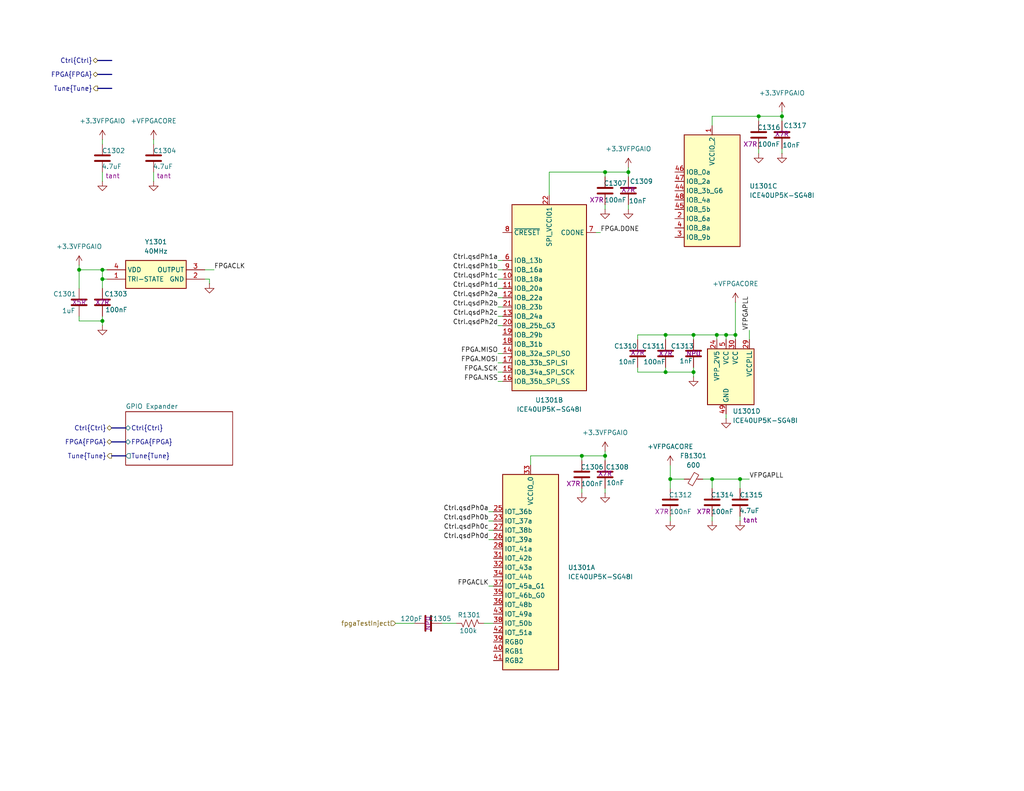
<source format=kicad_sch>
(kicad_sch (version 20250114) (generator "eeschema") (generator_version "9.0")
  (paper "USLetter")
  (title_block (title "FPGA") (date "2025-10-13") (company "WB7NAB") (comment 1 "Alan Mimms"))
  (lib_symbols
    (symbol "Device:C" (pin_numbers (hide yes)) (pin_names (offset 0.254))
      (property "Reference" "C" (at 0.635 2.54 0))
      (property "Value" "C" (at 0.635 -2.54 0))
      (symbol "C_0_1"
        (polyline (pts (xy -2.032 0.762) (xy 2.032 0.762)) (stroke (width 0.508)))
        (polyline (pts (xy -2.032 -0.762) (xy 2.032 -0.762)) (stroke (width 0.508)))
      )
      (symbol "C_1_1"
        (pin passive line (at 0 3.81 270) (length 2.794) (name "~") (number "1"))
        (pin passive line (at 0 -3.81 90) (length 2.794) (name "~") (number "2"))
      )
    )
    (symbol "Device:FerriteBead_Small" (pin_numbers (hide yes)) (pin_names (offset 0))
      (property "Reference" "FB" (at 1.905 1.27 0))
      (property "Value" "FerriteBead_Small" (at 1.905 -1.27 0))
      (symbol "FerriteBead_Small_0_1"
        (polyline (pts (xy -1.8288 0.2794) (xy -1.1176 1.4986) (xy 1.8288 -0.2032) (xy 1.1176 -1.4224) (xy -1.8288 0.2794)))
        (polyline (pts (xy 0 0.889) (xy 0 1.2954)))
        (polyline (pts (xy 0 -1.27) (xy 0 -0.7874)))
      )
      (symbol "FerriteBead_Small_1_1"
        (pin passive line (at 0 2.54 270) (length 1.27) (name "~") (number "1"))
        (pin passive line (at 0 -2.54 90) (length 1.27) (name "~") (number "2"))
      )
    )
    (symbol "Device:R_US" (pin_numbers (hide yes)) (pin_names (offset 0))
      (property "Reference" "R" (at 2.54 0 90))
      (property "Value" "R_US" (at -2.54 0 90))
      (symbol "R_US_0_1"
        (polyline (pts (xy 0 2.286) (xy 0 2.54)))
        (polyline (pts (xy 0 2.286) (xy 1.016 1.905) (xy 0 1.524) (xy -1.016 1.143) (xy 0 0.762)))
        (polyline (pts (xy 0 0.762) (xy 1.016 0.381) (xy 0 0) (xy -1.016 -0.381) (xy 0 -0.762)))
        (polyline (pts (xy 0 -0.762) (xy 1.016 -1.143) (xy 0 -1.524) (xy -1.016 -1.905) (xy 0 -2.286)))
        (polyline (pts (xy 0 -2.286) (xy 0 -2.54)))
      )
      (symbol "R_US_1_1"
        (pin passive line (at 0 3.81 270) (length 1.27) (name "~") (number "1"))
        (pin passive line (at 0 -3.81 90) (length 1.27) (name "~") (number "2"))
      )
    )
    (symbol "Library:ECS-TXO-2016-33-400-TR"
      (property "Reference" "Y" (at 5.334 7.112 0))
      (property "Value" "ECS-TXO-2016-33-400-TR" (at 5.334 4.572 0))
      (symbol "ECS-TXO-2016-33-400-TR_1_1"
        (rectangle (start 5.08 2.54) (end 21.59 -5.08) (stroke (width 0.254)) (fill (type background)))
        (pin passive line (at 0 0 0) (length 5.08) (name "VDD") (number "4"))
        (pin passive line (at 0 -2.54 0) (length 5.08) (name "TRI-STATE") (number "1"))
        (pin passive line (at 26.67 0 180) (length 5.08) (name "OUTPUT") (number "3"))
        (pin passive line (at 26.67 -2.54 180) (length 5.08) (name "GND") (number "2"))
      )
    )
    (symbol "Library:ICE40UP5K-SG48ITR"
      (property "Reference" "U" (at -8.89 -29.21 0))
      (property "Value" "ICE40UP5K-SG48ITR" (at 0 -31.75 0))
      (symbol "ICE40UP5K-SG48ITR_1_1"
        (rectangle (start -7.62 25.4) (end 7.62 -27.94) (stroke (width 0.254)) (fill (type background)))
        (pin bidirectional line (at -10.16 15.24 0) (length 2.54) (name "IOT_36b") (number "25"))
        (pin bidirectional line (at -10.16 12.7 0) (length 2.54) (name "IOT_37a") (number "23"))
        (pin bidirectional line (at -10.16 10.16 0) (length 2.54) (name "IOT_38b") (number "27"))
        (pin bidirectional line (at -10.16 7.62 0) (length 2.54) (name "IOT_39a") (number "26"))
        (pin bidirectional line (at -10.16 5.08 0) (length 2.54) (name "IOT_41a") (number "28"))
        (pin bidirectional line (at -10.16 2.54 0) (length 2.54) (name "IOT_42b") (number "31"))
        (pin bidirectional line (at -10.16 0 0) (length 2.54) (name "IOT_43a") (number "32"))
        (pin bidirectional line (at -10.16 -2.54 0) (length 2.54) (name "IOT_44b") (number "34"))
        (pin bidirectional line (at -10.16 -5.08 0) (length 2.54) (name "IOT_45a_G1") (number "37"))
        (pin bidirectional line (at -10.16 -7.62 0) (length 2.54) (name "IOT_46b_G0") (number "35"))
        (pin bidirectional line (at -10.16 -10.16 0) (length 2.54) (name "IOT_48b") (number "36"))
        (pin bidirectional line (at -10.16 -12.7 0) (length 2.54) (name "IOT_49a") (number "43"))
        (pin bidirectional line (at -10.16 -15.24 0) (length 2.54) (name "IOT_50b") (number "38"))
        (pin bidirectional line (at -10.16 -17.78 0) (length 2.54) (name "IOT_51a") (number "42"))
        (pin open_collector line (at -10.16 -20.32 0) (length 2.54) (name "RGB0") (number "39"))
        (pin open_collector line (at -10.16 -22.86 0) (length 2.54) (name "RGB1") (number "40"))
        (pin open_collector line (at -10.16 -25.4 0) (length 2.54) (name "RGB2") (number "41"))
        (pin power_in line (at 0 27.94 270) (length 2.54) (name "VCCIO_0") (number "33"))
      )
      (symbol "ICE40UP5K-SG48ITR_2_1"
        (rectangle (start -10.16 25.4) (end 10.16 -25.4) (stroke (width 0.254)) (fill (type background)))
        (pin input line (at -12.7 17.78 0) (length 2.54) (name "~{CRESET}") (number "8"))
        (pin bidirectional line (at -12.7 10.16 0) (length 2.54) (name "IOB_13b") (number "6"))
        (pin bidirectional line (at -12.7 7.62 0) (length 2.54) (name "IOB_16a") (number "9"))
        (pin bidirectional line (at -12.7 5.08 0) (length 2.54) (name "IOB_18a") (number "10"))
        (pin bidirectional line (at -12.7 2.54 0) (length 2.54) (name "IOB_20a") (number "11"))
        (pin bidirectional line (at -12.7 0 0) (length 2.54) (name "IOB_22a") (number "12"))
        (pin bidirectional line (at -12.7 -2.54 0) (length 2.54) (name "IOB_23b") (number "21"))
        (pin bidirectional line (at -12.7 -5.08 0) (length 2.54) (name "IOB_24a") (number "13"))
        (pin bidirectional line (at -12.7 -7.62 0) (length 2.54) (name "IOB_25b_G3") (number "20"))
        (pin bidirectional line (at -12.7 -10.16 0) (length 2.54) (name "IOB_29b") (number "19"))
        (pin bidirectional line (at -12.7 -12.7 0) (length 2.54) (name "IOB_31b") (number "18"))
        (pin bidirectional line (at -12.7 -15.24 0) (length 2.54) (name "IOB_32a_SPI_SO") (number "14"))
        (pin bidirectional line (at -12.7 -17.78 0) (length 2.54) (name "IOB_33b_SPI_SI") (number "17"))
        (pin bidirectional line (at -12.7 -20.32 0) (length 2.54) (name "IOB_34a_SPI_SCK") (number "15"))
        (pin bidirectional line (at -12.7 -22.86 0) (length 2.54) (name "IOB_35b_SPI_SS") (number "16"))
        (pin power_in line (at 0 27.94 270) (length 2.54) (name "SPI_VCCIO1") (number "22"))
        (pin open_collector line (at 12.7 17.78 180) (length 2.54) (name "CDONE") (number "7"))
      )
      (symbol "ICE40UP5K-SG48ITR_3_1"
        (rectangle (start -7.62 15.24) (end 7.62 -15.24) (stroke (width 0.254)) (fill (type background)))
        (pin bidirectional line (at -10.16 5.08 0) (length 2.54) (name "IOB_0a") (number "46"))
        (pin bidirectional line (at -10.16 2.54 0) (length 2.54) (name "IOB_2a") (number "47"))
        (pin bidirectional line (at -10.16 0 0) (length 2.54) (name "IOB_3b_G6") (number "44"))
        (pin bidirectional line (at -10.16 -2.54 0) (length 2.54) (name "IOB_4a") (number "48"))
        (pin bidirectional line (at -10.16 -5.08 0) (length 2.54) (name "IOB_5b") (number "45"))
        (pin bidirectional line (at -10.16 -7.62 0) (length 2.54) (name "IOB_6a") (number "2"))
        (pin bidirectional line (at -10.16 -10.16 0) (length 2.54) (name "IOB_8a") (number "4"))
        (pin bidirectional line (at -10.16 -12.7 0) (length 2.54) (name "IOB_9b") (number "3"))
        (pin power_in line (at 0 17.78 270) (length 2.54) (name "VCCIO_2") (number "1"))
      )
      (symbol "ICE40UP5K-SG48ITR_4_1"
        (rectangle (start -5.08 7.62) (end 7.62 -7.62) (stroke (width 0.254)) (fill (type background)))
        (pin power_in line (at -2.54 10.16 270) (length 2.54) (name "VPP_2V5") (number "24"))
        (pin power_in line (at 0 10.16 270) (length 2.54) (name "VCC") (number "5"))
        (pin power_in line (at 0 -10.16 90) (length 2.54) (name "GND") (number "49"))
        (pin power_in line (at 2.54 10.16 270) (length 2.54) (name "VCC") (number "30"))
        (pin power_out line (at 6.35 10.16 270) (length 2.54) (name "VCCPLL") (number "29"))
      )
    )
    (symbol "power:+3.3V" (power) (pin_numbers (hide yes)) (pin_names (offset 0) (hide yes))
      (property "Value" "+3.3V" (at 0 3.556 0))
      (symbol "+3.3V_0_1"
        (polyline (pts (xy -0.762 1.27) (xy 0 2.54)))
        (polyline (pts (xy 0 2.54) (xy 0.762 1.27)))
        (polyline (pts (xy 0 0) (xy 0 2.54)))
      )
      (symbol "+3.3V_1_1"
        (pin power_in line (at 0 0 90) (length 0) (name "~") (number "1"))
      )
    )
    (symbol "power:GND" (power) (pin_numbers (hide yes)) (pin_names (offset 0) (hide yes))
      (property "Value" "GND" (at 0 -3.81 0))
      (symbol "GND_0_1"
        (polyline (pts (xy 0 0) (xy 0 -1.27) (xy 1.27 -1.27) (xy 0 -2.54) (xy -1.27 -1.27) (xy 0 -1.27)))
      )
      (symbol "GND_1_1"
        (pin power_in line (at 0 0 270) (length 0) (name "~") (number "1"))
      )
    )
    (symbol "power:VDD" (power) (pin_numbers (hide yes)) (pin_names (offset 0) (hide yes))
      (property "Value" "VDD" (at 0 3.556 0))
      (symbol "VDD_0_1"
        (polyline (pts (xy -0.762 1.27) (xy 0 2.54)))
        (polyline (pts (xy 0 2.54) (xy 0.762 1.27)))
        (polyline (pts (xy 0 0) (xy 0 2.54)))
      )
      (symbol "VDD_1_1"
        (pin power_in line (at 0 0 90) (length 0) (name "~") (number "1"))
      )
    )
  )
  (junction (at 158.75 124.46))
  (junction (at 21.59 73.66))
  (junction (at 198.12 91.44))
  (junction (at 27.94 73.66))
  (junction (at 200.66 91.44))
  (junction (at 182.88 130.81))
  (junction (at 201.93 130.81))
  (junction (at 165.1 46.99))
  (junction (at 194.31 130.81))
  (junction (at 171.45 46.99))
  (junction (at 189.23 101.6))
  (junction (at 181.61 101.6))
  (junction (at 195.58 91.44))
  (junction (at 189.23 91.44))
  (junction (at 181.61 91.44))
  (junction (at 213.36 31.75))
  (junction (at 207.01 31.75))
  (junction (at 27.94 76.2))
  (junction (at 27.94 87.63))
  (junction (at 165.1 124.46))
  (wire (pts (xy 135.89 104.14) (xy 137.16 104.14)))
  (wire (pts (xy 113.03 170.18) (xy 107.95 170.18)))
  (wire (pts (xy 162.56 63.5) (xy 163.83 63.5)))
  (wire (pts (xy 173.99 92.71) (xy 173.99 91.44)))
  (wire (pts (xy 181.61 101.6) (xy 189.23 101.6)))
  (bus (pts (xy 26.67 16.51) (xy 30.48 16.51)))
  (wire (pts (xy 158.75 133.35) (xy 158.75 134.62)))
  (wire (pts (xy 194.31 31.75) (xy 207.01 31.75)))
  (wire (pts (xy 55.88 76.2) (xy 57.15 76.2)))
  (wire (pts (xy 189.23 91.44) (xy 189.23 92.71)))
  (wire (pts (xy 135.89 86.36) (xy 137.16 86.36)))
  (wire (pts (xy 21.59 73.66) (xy 21.59 72.39)))
  (wire (pts (xy 41.91 38.1) (xy 41.91 39.37)))
  (wire (pts (xy 124.46 170.18) (xy 120.65 170.18)))
  (wire (pts (xy 182.88 127) (xy 182.88 130.81)))
  (wire (pts (xy 201.93 130.81) (xy 194.31 130.81)))
  (wire (pts (xy 204.47 90.17) (xy 204.47 92.71)))
  (wire (pts (xy 21.59 86.36) (xy 21.59 87.63)))
  (wire (pts (xy 171.45 55.88) (xy 171.45 57.15)))
  (wire (pts (xy 27.94 87.63) (xy 27.94 88.9)))
  (wire (pts (xy 55.88 73.66) (xy 58.42 73.66)))
  (wire (pts (xy 135.89 76.2) (xy 137.16 76.2)))
  (wire (pts (xy 165.1 133.35) (xy 165.1 134.62)))
  (wire (pts (xy 135.89 101.6) (xy 137.16 101.6)))
  (wire (pts (xy 165.1 55.88) (xy 165.1 57.15)))
  (bus (pts (xy 26.67 20.32) (xy 30.48 20.32)))
  (wire (pts (xy 133.35 160.02) (xy 134.62 160.02)))
  (wire (pts (xy 29.21 76.2) (xy 27.94 76.2)))
  (wire (pts (xy 191.77 130.81) (xy 194.31 130.81)))
  (wire (pts (xy 207.01 40.64) (xy 207.01 41.91)))
  (wire (pts (xy 135.89 81.28) (xy 137.16 81.28)))
  (wire (pts (xy 158.75 124.46) (xy 158.75 125.73)))
  (wire (pts (xy 27.94 76.2) (xy 27.94 78.74)))
  (wire (pts (xy 135.89 83.82) (xy 137.16 83.82)))
  (wire (pts (xy 132.08 170.18) (xy 134.62 170.18)))
  (wire (pts (xy 181.61 100.33) (xy 181.61 101.6)))
  (wire (pts (xy 189.23 91.44) (xy 195.58 91.44)))
  (wire (pts (xy 213.36 30.48) (xy 213.36 31.75)))
  (wire (pts (xy 27.94 76.2) (xy 27.94 73.66)))
  (wire (pts (xy 181.61 91.44) (xy 189.23 91.44)))
  (wire (pts (xy 181.61 92.71) (xy 181.61 91.44)))
  (wire (pts (xy 57.15 76.2) (xy 57.15 77.47)))
  (wire (pts (xy 200.66 92.71) (xy 200.66 91.44)))
  (wire (pts (xy 144.78 124.46) (xy 158.75 124.46)))
  (wire (pts (xy 182.88 140.97) (xy 182.88 142.24)))
  (wire (pts (xy 27.94 73.66) (xy 21.59 73.66)))
  (wire (pts (xy 173.99 91.44) (xy 181.61 91.44)))
  (wire (pts (xy 27.94 73.66) (xy 29.21 73.66)))
  (wire (pts (xy 195.58 92.71) (xy 195.58 91.44)))
  (wire (pts (xy 204.47 130.81) (xy 201.93 130.81)))
  (wire (pts (xy 213.36 31.75) (xy 207.01 31.75)))
  (wire (pts (xy 171.45 46.99) (xy 165.1 46.99)))
  (wire (pts (xy 144.78 124.46) (xy 144.78 127)))
  (wire (pts (xy 182.88 130.81) (xy 186.69 130.81)))
  (wire (pts (xy 165.1 123.19) (xy 165.1 124.46)))
  (wire (pts (xy 135.89 96.52) (xy 137.16 96.52)))
  (wire (pts (xy 41.91 46.99) (xy 41.91 49.53)))
  (wire (pts (xy 133.35 139.7) (xy 134.62 139.7)))
  (wire (pts (xy 173.99 101.6) (xy 181.61 101.6)))
  (wire (pts (xy 171.45 45.72) (xy 171.45 46.99)))
  (wire (pts (xy 27.94 86.36) (xy 27.94 87.63)))
  (wire (pts (xy 165.1 124.46) (xy 158.75 124.46)))
  (wire (pts (xy 189.23 100.33) (xy 189.23 101.6)))
  (wire (pts (xy 135.89 88.9) (xy 137.16 88.9)))
  (bus (pts (xy 26.67 24.13) (xy 30.48 24.13)))
  (wire (pts (xy 135.89 73.66) (xy 137.16 73.66)))
  (wire (pts (xy 171.45 48.26) (xy 171.45 46.99)))
  (wire (pts (xy 194.31 140.97) (xy 194.31 142.24)))
  (wire (pts (xy 213.36 33.02) (xy 213.36 31.75)))
  (wire (pts (xy 195.58 91.44) (xy 198.12 91.44)))
  (bus (pts (xy 30.48 120.65) (xy 34.29 120.65)))
  (wire (pts (xy 201.93 133.35) (xy 201.93 130.81)))
  (wire (pts (xy 198.12 91.44) (xy 198.12 92.71)))
  (wire (pts (xy 27.94 38.1) (xy 27.94 39.37)))
  (wire (pts (xy 194.31 31.75) (xy 194.31 34.29)))
  (wire (pts (xy 135.89 78.74) (xy 137.16 78.74)))
  (wire (pts (xy 133.35 147.32) (xy 134.62 147.32)))
  (wire (pts (xy 194.31 130.81) (xy 194.31 133.35)))
  (wire (pts (xy 189.23 101.6) (xy 189.23 102.87)))
  (wire (pts (xy 165.1 125.73) (xy 165.1 124.46)))
  (wire (pts (xy 133.35 142.24) (xy 134.62 142.24)))
  (wire (pts (xy 200.66 91.44) (xy 198.12 91.44)))
  (bus (pts (xy 30.48 116.84) (xy 34.29 116.84)))
  (wire (pts (xy 207.01 31.75) (xy 207.01 33.02)))
  (wire (pts (xy 213.36 40.64) (xy 213.36 41.91)))
  (wire (pts (xy 21.59 78.74) (xy 21.59 73.66)))
  (wire (pts (xy 200.66 82.55) (xy 200.66 91.44)))
  (wire (pts (xy 201.93 140.97) (xy 201.93 142.24)))
  (wire (pts (xy 165.1 46.99) (xy 165.1 48.26)))
  (wire (pts (xy 173.99 100.33) (xy 173.99 101.6)))
  (wire (pts (xy 133.35 144.78) (xy 134.62 144.78)))
  (wire (pts (xy 182.88 133.35) (xy 182.88 130.81)))
  (wire (pts (xy 21.59 87.63) (xy 27.94 87.63)))
  (wire (pts (xy 27.94 46.99) (xy 27.94 49.53)))
  (wire (pts (xy 149.86 46.99) (xy 165.1 46.99)))
  (wire (pts (xy 149.86 46.99) (xy 149.86 53.34)))
  (bus (pts (xy 30.48 124.46) (xy 34.29 124.46)))
  (wire (pts (xy 135.89 71.12) (xy 137.16 71.12)))
  (wire (pts (xy 135.89 99.06) (xy 137.16 99.06)))
  (wire (pts (xy 198.12 113.03) (xy 198.12 114.3)))
  (label "Ctrl.qsdPh2d" (at 135.89 88.9 180))
  (label "FPGACLK" (at 58.42 73.66 0))
  (label "Ctrl.qsdPh0d" (at 133.35 147.32 180))
  (label "Ctrl.qsdPh0b" (at 133.35 142.24 180))
  (label "Ctrl.qsdPh1b" (at 135.89 73.66 180))
  (label "VFPGAPLL" (at 204.47 130.81 0))
  (label "Ctrl.qsdPh1a" (at 135.89 71.12 180))
  (label "Ctrl.qsdPh0a" (at 133.35 139.7 180))
  (label "FPGACLK" (at 133.35 160.02 180))
  (label "Ctrl.qsdPh2b" (at 135.89 83.82 180))
  (label "VFPGAPLL" (at 204.47 90.17 90))
  (label "FPGA.DONE" (at 163.83 63.5 0))
  (label "Ctrl.qsdPh2a" (at 135.89 81.28 180))
  (label "Ctrl.qsdPh0c" (at 133.35 144.78 180))
  (label "FPGA.MISO" (at 135.89 96.52 180))
  (label "FPGA.MOSI" (at 135.89 99.06 180))
  (label "FPGA.SCK" (at 135.89 101.6 180))
  (label "Ctrl.qsdPh2c" (at 135.89 86.36 180))
  (label "Ctrl.qsdPh1c" (at 135.89 76.2 180))
  (label "Ctrl.qsdPh1d" (at 135.89 78.74 180))
  (label "FPGA.NSS" (at 135.89 104.14 180))
  (hierarchical_label "fpgaTestInject" (shape input) (at 107.95 170.18 180))
  (hierarchical_label "Ctrl{Ctrl}" (shape bidirectional) (at 30.48 116.84 180))
  (hierarchical_label "Ctrl{Ctrl}" (shape bidirectional) (at 26.67 16.51 180))
  (hierarchical_label "FPGA{FPGA}" (shape bidirectional) (at 26.67 20.32 180))
  (hierarchical_label "Tune{Tune}" (shape output) (at 30.48 124.46 180))
  (hierarchical_label "FPGA{FPGA}" (shape bidirectional) (at 30.48 120.65 180))
  (hierarchical_label "Tune{Tune}" (shape output) (at 26.67 24.13 180))
  (symbol (lib_id "power:GND") (at 27.94 88.9 0) (unit 1)
    (property "Reference" "#PWR01304" (effects (hide yes)))
    (property "Value" "GND" (effects (hide yes)))
    (property "Description" "Power symbol creates a global label with name \"GND\" , ground" (effects (hide yes)))
  )
  (symbol (lib_id "Device:C") (at 21.59 82.55 0) (unit 1)
    (property "Reference" "C1301" (at 20.828 80.264 0) (effects (justify right)))
    (property "Value" "1uF" (at 20.574 84.836 0) (effects (justify right)))
    (property "Footprint" "Capacitor_SMD:C_0402_1005Metric" (effects (hide yes)))
    (property "Description" "Unpolarized capacitor" (effects (hide yes)))
    (property "cap-type" "X5R" (at 21.59 82.55 0))
    (property "working-voltage" "25V" (effects (hide yes)))
    (property "Manufacturer_Name" "Murata" (effects (hide yes)))
    (property "Manufacturer_Part_Number" "GRM155R61E105KE11D" (effects (hide yes)))
    (property "Mouser Part Number" "81-GRM155R61E105KE1D" (effects (hide yes)))
  )
  (symbol (lib_id "power:GND") (at 182.88 142.24 0) (unit 1)
    (property "Reference" "#PWR01315" (effects (hide yes)))
    (property "Value" "GND" (effects (hide yes)))
    (property "Description" "Power symbol creates a global label with name \"GND\" , ground" (effects (hide yes)))
  )
  (symbol (lib_id "Library:ICE40UP5K-SG48ITR") (at 198.12 102.87 0) (unit 4)
    (property "Reference" "U1301" (at 199.898 112.268 0) (effects (justify left)))
    (property "Value" "ICE40UP5K-SG48I" (at 199.898 114.808 0) (effects (justify left)))
    (property "Footprint" "Package_DFN_QFN:QFN-48-1EP_7x7mm_P0.5mm_EP5.6x5.6mm" (effects (hide yes)))
    (property "Datasheet" "http://www.latticesemi.com/Products/FPGAandCPLD/iCE40Ultra" (effects (hide yes)))
    (property "Description" "iCE40 UltraPlus FPGA, 5280 LUTs, 1.2V, 48-pin QFN" (effects (hide yes)))
  )
  (symbol (lib_id "power:GND") (at 41.91 49.53 0) (mirror y) (unit 1)
    (property "Reference" "#PWR01306" (effects (hide yes)))
    (property "Value" "GND" (effects (hide yes)))
    (property "Description" "Power symbol creates a global label with name \"GND\" , ground" (effects (hide yes)))
  )
  (symbol (lib_id "power:GND") (at 165.1 57.15 0) (mirror y) (unit 1)
    (property "Reference" "#PWR01309" (effects (hide yes)))
    (property "Value" "GND" (effects (hide yes)))
    (property "Description" "Power symbol creates a global label with name \"GND\" , ground" (effects (hide yes)))
  )
  (symbol (lib_id "power:GND") (at 171.45 57.15 0) (mirror y) (unit 1)
    (property "Reference" "#PWR01313" (effects (hide yes)))
    (property "Value" "GND" (effects (hide yes)))
    (property "Description" "Power symbol creates a global label with name \"GND\" , ground" (effects (hide yes)))
  )
  (symbol (lib_id "power:VDD") (at 200.66 82.55 0) (unit 1)
    (property "Reference" "#PWR01319" (effects (hide yes)))
    (property "Value" "+VFPGACORE" (at 200.66 77.47 0))
    (property "Description" "Power symbol creates a global label with name \"+VFPGACORE\"" (effects (hide yes)))
  )
  (symbol (lib_id "power:GND") (at 201.93 142.24 0) (unit 1)
    (property "Reference" "#PWR01320" (effects (hide yes)))
    (property "Value" "GND" (effects (hide yes)))
    (property "Description" "Power symbol creates a global label with name \"GND\" , ground" (effects (hide yes)))
  )
  (symbol (lib_id "Device:C") (at 171.45 52.07 0) (unit 1)
    (property "Reference" "C1309" (at 175.006 49.53 0))
    (property "Value" "10nF" (at 173.99 54.864 0))
    (property "Footprint" "Capacitor_SMD:C_0603_1608Metric" (effects (hide yes)))
    (property "Description" "Unpolarized capacitor" (effects (hide yes)))
    (property "cap-type" "X7R" (at 171.45 51.816 0))
    (property "working-voltage" "25V" (effects (hide yes)))
    (property "Manufacturer_Name" "Murata" (effects (hide yes)))
    (property "Manufacturer_Part_Number" "GCM1885C2A103JE02J" (effects (hide yes)))
    (property "Mouser Part Number" "81-GCM1885C2A103JE2J " (effects (hide yes)))
  )
  (symbol (lib_id "Library:ICE40UP5K-SG48ITR") (at 149.86 81.28 0) (unit 2)
    (property "Reference" "U1301" (at 149.86 109.22 0))
    (property "Value" "ICE40UP5K-SG48I" (at 149.86 111.76 0))
    (property "Footprint" "Package_DFN_QFN:QFN-48-1EP_7x7mm_P0.5mm_EP5.6x5.6mm" (effects (hide yes)))
    (property "Datasheet" "http://www.latticesemi.com/Products/FPGAandCPLD/iCE40Ultra" (effects (hide yes)))
    (property "Description" "iCE40 UltraPlus FPGA, 5280 LUTs, 1.2V, 48-pin QFN" (effects (hide yes)))
  )
  (symbol (lib_id "Device:C") (at 194.31 137.16 0) (unit 1)
    (property "Reference" "C1314" (at 197.104 135.128 0))
    (property "Value" "100nF" (at 197.104 139.7 0))
    (property "Footprint" "Capacitor_SMD:C_0603_1608Metric" (effects (hide yes)))
    (property "Description" "Unpolarized capacitor" (effects (hide yes)))
    (property "cap-type" "X7R" (at 192.024 139.7 0))
    (property "working-voltage" "50V" (effects (hide yes)))
    (property "Manufacturer_Name" "Kemet" (effects (hide yes)))
    (property "Manufacturer_Part_Number" "C0805F104K1RACAUTO" (effects (hide yes)))
    (property "Mouser Part Number" "80-C0805F104K1RAUTO" (effects (hide yes)))
  )
  (symbol (lib_id "Library:ECS-TXO-2016-33-400-TR") (at 29.21 73.66 0) (unit 1)
    (property "Reference" "Y1301" (at 42.545 66.04 0))
    (property "Value" "40MHz" (at 42.545 68.58 0))
    (property "Footprint" "Library:ECSTXO201633400TR" (effects (hide yes)))
    (property "Datasheet" "https://datasheet.datasheetarchive.com/originals/distributors/Datasheets_SAMA/fdc451124f6f80954f29114af1256858.pdf" (effects (hide yes)))
    (property "Description" "TCXO Oscillators 40MHz 3.3V 2.5ppm -40C +85C" (effects (hide yes)))
    (property "Height" "0.8" (effects (hide yes)))
    (property "Mouser Part Number" "520-TXO-2016-33-400T" (effects (hide yes)))
    (property "Mouser Price/Stock" "https://www.mouser.co.uk/ProductDetail/ECS/ECS-TXO-2016-33-400-TR?qs=PzGy0jfpSMtctR53CPxRHg%3D%3D" (effects (hide yes)))
    (property "Manufacturer_Name" "ECS" (effects (hide yes)))
    (property "Manufacturer_Part_Number" "ECS-TXO-2016-33-400-TR" (effects (hide yes)))
  )
  (symbol (lib_id "power:GND") (at 189.23 102.87 0) (unit 1)
    (property "Reference" "#PWR01316" (effects (hide yes)))
    (property "Value" "GND" (effects (hide yes)))
    (property "Description" "Power symbol creates a global label with name \"GND\" , ground" (effects (hide yes)))
  )
  (symbol (lib_id "Device:C") (at 158.75 129.54 0) (unit 1)
    (property "Reference" "C1306" (at 161.544 127.508 0))
    (property "Value" "100nF" (at 161.544 132.08 0))
    (property "Footprint" "Capacitor_SMD:C_0603_1608Metric" (effects (hide yes)))
    (property "Description" "Unpolarized capacitor" (effects (hide yes)))
    (property "cap-type" "X7R" (at 156.464 132.08 0))
    (property "working-voltage" "50V" (effects (hide yes)))
    (property "Manufacturer_Name" "Kemet" (effects (hide yes)))
    (property "Manufacturer_Part_Number" "C0805F104K1RACAUTO" (effects (hide yes)))
    (property "Mouser Part Number" "80-C0805F104K1RAUTO" (effects (hide yes)))
  )
  (symbol (lib_id "power:GND") (at 194.31 142.24 0) (unit 1)
    (property "Reference" "#PWR01317" (effects (hide yes)))
    (property "Value" "GND" (effects (hide yes)))
    (property "Description" "Power symbol creates a global label with name \"GND\" , ground" (effects (hide yes)))
  )
  (symbol (lib_id "power:+3.3V") (at 213.36 30.48 0) (unit 1)
    (property "Reference" "#PWR01322" (effects (hide yes)))
    (property "Value" "+3.3VFPGAIO" (at 213.36 25.4 0))
    (property "Description" "Power symbol creates a global label with name \"+3.3VFPGAIO\"" (effects (hide yes)))
  )
  (symbol (lib_id "Device:C") (at 213.36 36.83 0) (unit 1)
    (property "Reference" "C1317" (at 216.916 34.29 0))
    (property "Value" "10nF" (at 215.9 39.624 0))
    (property "Footprint" "Capacitor_SMD:C_0603_1608Metric" (effects (hide yes)))
    (property "Description" "Unpolarized capacitor" (effects (hide yes)))
    (property "cap-type" "X7R" (at 213.36 36.576 0))
    (property "working-voltage" "25V" (effects (hide yes)))
    (property "Manufacturer_Name" "Murata" (effects (hide yes)))
    (property "Manufacturer_Part_Number" "GCM1885C2A103JE02J" (effects (hide yes)))
    (property "Mouser Part Number" "81-GCM1885C2A103JE2J " (effects (hide yes)))
  )
  (symbol (lib_id "Device:C") (at 181.61 96.52 180) (unit 1)
    (property "Reference" "C1311" (at 178.308 94.488 0))
    (property "Value" "100nF" (at 178.562 98.806 0))
    (property "Footprint" "Capacitor_SMD:C_0603_1608Metric" (effects (hide yes)))
    (property "Description" "Unpolarized capacitor" (effects (hide yes)))
    (property "cap-type" "X7R" (at 181.61 96.52 0))
    (property "working-voltage" "50V" (effects (hide yes)))
    (property "Manufacturer_Name" "Kemet" (effects (hide yes)))
    (property "Manufacturer_Part_Number" "C0805F104K1RACAUTO" (effects (hide yes)))
    (property "Mouser Part Number" "80-C0805F104K1RAUTO" (effects (hide yes)))
  )
  (symbol (lib_id "power:+3.3V") (at 165.1 123.19 0) (unit 1)
    (property "Reference" "#PWR01310" (effects (hide yes)))
    (property "Value" "+3.3VFPGAIO" (at 165.1 118.11 0))
    (property "Description" "Power symbol creates a global label with name \"+3.3VFPGAIO\"" (effects (hide yes)))
  )
  (symbol (lib_id "Device:C") (at 27.94 82.55 0) (mirror y) (unit 1)
    (property "Reference" "C1303" (at 28.448 80.264 0) (effects (justify right)))
    (property "Value" "100nF" (at 28.702 84.582 0) (effects (justify right)))
    (property "Footprint" "Capacitor_SMD:C_0603_1608Metric" (effects (hide yes)))
    (property "Description" "Unpolarized capacitor" (effects (hide yes)))
    (property "cap-type" "X7R" (at 27.94 82.55 0))
    (property "working-voltage" "50V" (effects (hide yes)))
    (property "Manufacturer_Name" "Kemet" (effects (hide yes)))
    (property "Manufacturer_Part_Number" "C0805F104K1RACAUTO" (effects (hide yes)))
    (property "Mouser Part Number" "80-C0805F104K1RAUTO" (effects (hide yes)))
  )
  (symbol (lib_id "Library:ICE40UP5K-SG48ITR") (at 144.78 154.94 0) (unit 1)
    (property "Reference" "U1301" (at 154.94 154.9399 0) (effects (justify left)))
    (property "Value" "ICE40UP5K-SG48I" (at 154.94 157.4799 0) (effects (justify left)))
    (property "Footprint" "Package_DFN_QFN:QFN-48-1EP_7x7mm_P0.5mm_EP5.6x5.6mm" (effects (hide yes)))
    (property "Datasheet" "http://www.latticesemi.com/Products/FPGAandCPLD/iCE40Ultra" (effects (hide yes)))
    (property "Description" "iCE40 UltraPlus FPGA, 5280 LUTs, 1.2V, 48-pin QFN" (effects (hide yes)))
  )
  (symbol (lib_id "power:VDD") (at 41.91 38.1 0) (unit 1)
    (property "Reference" "#PWR01305" (effects (hide yes)))
    (property "Value" "+VFPGACORE" (at 41.91 33.02 0))
    (property "Description" "Power symbol creates a global label with name \"+VFPGACORE\"" (effects (hide yes)))
  )
  (symbol (lib_id "power:GND") (at 198.12 114.3 0) (unit 1)
    (property "Reference" "#PWR01318" (effects (hide yes)))
    (property "Value" "GND" (effects (hide yes)))
    (property "Description" "Power symbol creates a global label with name \"GND\" , ground" (effects (hide yes)))
  )
  (symbol (lib_id "power:+3.3V") (at 27.94 38.1 0) (unit 1)
    (property "Reference" "#PWR01302" (effects (hide yes)))
    (property "Value" "+3.3VFPGAIO" (at 27.94 33.02 0))
    (property "Description" "Power symbol creates a global label with name \"+3.3VFPGAIO\"" (effects (hide yes)))
  )
  (symbol (lib_id "power:GND") (at 165.1 134.62 0) (mirror y) (unit 1)
    (property "Reference" "#PWR01311" (effects (hide yes)))
    (property "Value" "GND" (effects (hide yes)))
    (property "Description" "Power symbol creates a global label with name \"GND\" , ground" (effects (hide yes)))
  )
  (symbol (lib_id "power:VDD") (at 182.88 127 0) (unit 1)
    (property "Reference" "#PWR01314" (effects (hide yes)))
    (property "Value" "+VFPGACORE" (at 182.88 121.92 0))
    (property "Description" "Power symbol creates a global label with name \"+VFPGACORE\"" (effects (hide yes)))
  )
  (symbol (lib_id "Device:C") (at 27.94 43.18 0) (unit 1)
    (property "Reference" "C1302" (at 30.988 41.148 0))
    (property "Value" "4.7uF" (at 30.48 45.466 0))
    (property "Footprint" "Capacitor_SMD:C_0805_2012Metric" (effects (hide yes)))
    (property "Description" "Unpolarized capacitor" (effects (hide yes)))
    (property "cap-type" "tant" (at 30.734 48.006 0))
    (property "working-voltage" "10V" (effects (hide yes)))
    (property "Manufacturer_Name" "Vishay/Sprague" (effects (hide yes)))
    (property "Manufacturer_Part_Number" "298D475X9010M2T" (effects (hide yes)))
    (property "Mouser Part Number" "74-298D475X9010M2T" (effects (hide yes)))
  )
  (symbol (lib_id "power:GND") (at 57.15 77.47 0) (unit 1)
    (property "Reference" "#PWR01307" (effects (hide yes)))
    (property "Value" "GND" (effects (hide yes)))
    (property "Description" "Power symbol creates a global label with name \"GND\" , ground" (effects (hide yes)))
  )
  (symbol (lib_id "power:GND") (at 213.36 41.91 0) (mirror y) (unit 1)
    (property "Reference" "#PWR01323" (effects (hide yes)))
    (property "Value" "GND" (effects (hide yes)))
    (property "Description" "Power symbol creates a global label with name \"GND\" , ground" (effects (hide yes)))
  )
  (symbol (lib_id "Device:C") (at 165.1 52.07 0) (unit 1)
    (property "Reference" "C1307" (at 167.894 50.038 0))
    (property "Value" "100nF" (at 167.894 54.61 0))
    (property "Footprint" "Capacitor_SMD:C_0603_1608Metric" (effects (hide yes)))
    (property "Description" "Unpolarized capacitor" (effects (hide yes)))
    (property "cap-type" "X7R" (at 162.814 54.61 0))
    (property "working-voltage" "50V" (effects (hide yes)))
    (property "Manufacturer_Name" "Kemet" (effects (hide yes)))
    (property "Manufacturer_Part_Number" "C0805F104K1RACAUTO" (effects (hide yes)))
    (property "Mouser Part Number" "80-C0805F104K1RAUTO" (effects (hide yes)))
  )
  (symbol (lib_id "power:GND") (at 207.01 41.91 0) (mirror y) (unit 1)
    (property "Reference" "#PWR01321" (effects (hide yes)))
    (property "Value" "GND" (effects (hide yes)))
    (property "Description" "Power symbol creates a global label with name \"GND\" , ground" (effects (hide yes)))
  )
  (symbol (lib_id "Device:C") (at 165.1 129.54 0) (unit 1)
    (property "Reference" "C1308" (at 168.402 127.508 0))
    (property "Value" "10nF" (at 167.894 131.826 0))
    (property "Footprint" "Capacitor_SMD:C_0603_1608Metric" (effects (hide yes)))
    (property "Description" "Unpolarized capacitor" (effects (hide yes)))
    (property "cap-type" "X7R" (at 165.1 129.286 0))
    (property "working-voltage" "25V" (effects (hide yes)))
    (property "Manufacturer_Name" "Murata" (effects (hide yes)))
    (property "Manufacturer_Part_Number" "GCM1885C2A103JE02J" (effects (hide yes)))
    (property "Mouser Part Number" "81-GCM1885C2A103JE2J " (effects (hide yes)))
  )
  (symbol (lib_id "Device:C") (at 173.99 96.52 0) (mirror y) (unit 1)
    (property "Reference" "C1310" (at 170.688 94.488 0))
    (property "Value" "10nF" (at 171.196 98.806 0))
    (property "Footprint" "Capacitor_SMD:C_0603_1608Metric" (effects (hide yes)))
    (property "Description" "Unpolarized capacitor" (effects (hide yes)))
    (property "cap-type" "X7R" (at 173.99 96.266 0))
    (property "working-voltage" "25V" (effects (hide yes)))
    (property "Manufacturer_Name" "Murata" (effects (hide yes)))
    (property "Manufacturer_Part_Number" "GCM1885C2A103JE02J" (effects (hide yes)))
    (property "Mouser Part Number" "81-GCM1885C2A103JE2J " (effects (hide yes)))
  )
  (symbol (lib_id "power:+3.3V") (at 21.59 72.39 0) (unit 1)
    (property "Reference" "#PWR01301" (effects (hide yes)))
    (property "Value" "+3.3VFPGAIO" (at 21.59 67.31 0))
    (property "Description" "Power symbol creates a global label with name \"+3.3VFPGAIO\"" (effects (hide yes)))
  )
  (symbol (lib_id "Library:ICE40UP5K-SG48ITR") (at 194.31 52.07 0) (unit 3)
    (property "Reference" "U1301" (at 204.47 50.7999 0) (effects (justify left)))
    (property "Value" "ICE40UP5K-SG48I" (at 204.47 53.3399 0) (effects (justify left)))
    (property "Footprint" "Package_DFN_QFN:QFN-48-1EP_7x7mm_P0.5mm_EP5.6x5.6mm" (effects (hide yes)))
    (property "Datasheet" "http://www.latticesemi.com/Products/FPGAandCPLD/iCE40Ultra" (effects (hide yes)))
    (property "Description" "iCE40 UltraPlus FPGA, 5280 LUTs, 1.2V, 48-pin QFN" (effects (hide yes)))
  )
  (symbol (lib_id "Device:C") (at 116.84 170.18 270) (mirror x) (unit 1)
    (property "Reference" "C1305" (at 123.19 168.91 90) (effects (justify right)))
    (property "Value" "120pF" (at 115.316 168.91 90) (effects (justify right)))
    (property "Footprint" "Capacitor_SMD:C_0603_1608Metric" (effects (hide yes)))
    (property "Description" "Unpolarized capacitor" (effects (hide yes)))
    (property "cap-type" "NP0" (at 116.84 170.18 0))
    (property "working-voltage" "50V" (effects (hide yes)))
    (property "Manufacturer_Name" "TDK" (effects (hide yes)))
    (property "Manufacturer_Part_Number" "CGA3E2C0G1H121J080AA" (effects (hide yes)))
    (property "Mouser Part Number" "810-CGA3E2C0G1H121J" (effects (hide yes)))
  )
  (symbol (lib_id "Device:C") (at 182.88 137.16 0) (unit 1)
    (property "Reference" "C1312" (at 185.674 135.128 0))
    (property "Value" "100nF" (at 185.674 139.7 0))
    (property "Footprint" "Capacitor_SMD:C_0603_1608Metric" (effects (hide yes)))
    (property "Description" "Unpolarized capacitor" (effects (hide yes)))
    (property "cap-type" "X7R" (at 180.594 139.7 0))
    (property "working-voltage" "50V" (effects (hide yes)))
    (property "Manufacturer_Name" "Kemet" (effects (hide yes)))
    (property "Manufacturer_Part_Number" "C0805F104K1RACAUTO" (effects (hide yes)))
    (property "Mouser Part Number" "80-C0805F104K1RAUTO" (effects (hide yes)))
  )
  (symbol (lib_id "Device:C") (at 201.93 137.16 0) (unit 1)
    (property "Reference" "C1315" (at 204.978 135.128 0))
    (property "Value" "4.7uF" (at 204.47 139.446 0))
    (property "Footprint" "Capacitor_SMD:C_0805_2012Metric" (effects (hide yes)))
    (property "Description" "Unpolarized capacitor" (effects (hide yes)))
    (property "cap-type" "tant" (at 204.724 141.986 0))
    (property "working-voltage" "10V" (effects (hide yes)))
    (property "Manufacturer_Name" "Vishay/Sprague" (effects (hide yes)))
    (property "Manufacturer_Part_Number" "298D475X9010M2T" (effects (hide yes)))
    (property "Mouser Part Number" "74-298D475X9010M2T" (effects (hide yes)))
  )
  (symbol (lib_id "power:GND") (at 158.75 134.62 0) (mirror y) (unit 1)
    (property "Reference" "#PWR01308" (effects (hide yes)))
    (property "Value" "GND" (effects (hide yes)))
    (property "Description" "Power symbol creates a global label with name \"GND\" , ground" (effects (hide yes)))
  )
  (symbol (lib_id "power:GND") (at 27.94 49.53 0) (mirror y) (unit 1)
    (property "Reference" "#PWR01303" (effects (hide yes)))
    (property "Value" "GND" (effects (hide yes)))
    (property "Description" "Power symbol creates a global label with name \"GND\" , ground" (effects (hide yes)))
  )
  (symbol (lib_id "Device:FerriteBead_Small") (at 189.23 130.81 90) (unit 1)
    (property "Reference" "FB1301" (at 189.1919 124.46 90))
    (property "Value" "600" (at 189.1919 127 90))
    (property "Footprint" "Inductor_SMD:L_0603_1608Metric" (effects (hide yes)))
    (property "Description" "TDK KPZ1608SHR601ATD25 600 ohm ferrite bead 1A" (effects (hide yes)))
    (property "Manufacturer_Name" "Laird Technologies" (effects (hide yes)))
    (property "Manufacturer_Part_Number" "MI0603J601R-10" (effects (hide yes)))
    (property "Mouser Part Number" "875-MI0603J601R-10" (effects (hide yes)))
  )
  (symbol (lib_id "Device:C") (at 41.91 43.18 0) (unit 1)
    (property "Reference" "C1304" (at 44.958 41.148 0))
    (property "Value" "4.7uF" (at 44.45 45.466 0))
    (property "Footprint" "Capacitor_SMD:C_0805_2012Metric" (effects (hide yes)))
    (property "Description" "Unpolarized capacitor" (effects (hide yes)))
    (property "cap-type" "tant" (at 44.704 48.006 0))
    (property "working-voltage" "10V" (effects (hide yes)))
    (property "Manufacturer_Name" "Vishay/Sprague" (effects (hide yes)))
    (property "Manufacturer_Part_Number" "298D475X9010M2T" (effects (hide yes)))
    (property "Mouser Part Number" "74-298D475X9010M2T" (effects (hide yes)))
  )
  (symbol (lib_id "power:+3.3V") (at 171.45 45.72 0) (unit 1)
    (property "Reference" "#PWR01312" (effects (hide yes)))
    (property "Value" "+3.3VFPGAIO" (at 171.45 40.64 0))
    (property "Description" "Power symbol creates a global label with name \"+3.3VFPGAIO\"" (effects (hide yes)))
  )
  (symbol (lib_id "Device:R_US") (at 128.27 170.18 270) (mirror x) (unit 1)
    (property "Reference" "R1301" (at 128.016 167.894 90))
    (property "Value" "100k" (at 127.762 172.212 90))
    (property "Footprint" "Resistor_SMD:R_0402_1005Metric" (effects (hide yes)))
    (property "Description" "Resistor, US symbol" (effects (hide yes)))
  )
  (symbol (lib_id "Device:C") (at 207.01 36.83 0) (unit 1)
    (property "Reference" "C1316" (at 209.804 34.798 0))
    (property "Value" "100nF" (at 209.804 39.37 0))
    (property "Footprint" "Capacitor_SMD:C_0603_1608Metric" (effects (hide yes)))
    (property "Description" "Unpolarized capacitor" (effects (hide yes)))
    (property "cap-type" "X7R" (at 204.724 39.37 0))
    (property "working-voltage" "50V" (effects (hide yes)))
    (property "Manufacturer_Name" "Kemet" (effects (hide yes)))
    (property "Manufacturer_Part_Number" "C0805F104K1RACAUTO" (effects (hide yes)))
    (property "Mouser Part Number" "80-C0805F104K1RAUTO" (effects (hide yes)))
  )
  (symbol (lib_id "Device:C") (at 189.23 96.52 180) (unit 1)
    (property "Reference" "C1313" (at 186.182 94.488 0))
    (property "Value" "1nF" (at 187.198 98.552 0))
    (property "Footprint" "Capacitor_SMD:C_0603_1608Metric" (effects (hide yes)))
    (property "Description" "Unpolarized capacitor" (effects (hide yes)))
    (property "cap-type" "NP0" (at 189.23 96.52 0))
    (property "working-voltage" "50V" (effects (hide yes)))
    (property "Manufacturer_Name" "TDK" (effects (hide yes)))
    (property "Manufacturer_Part_Number" "C1608C0G1H102J080AA" (effects (hide yes)))
    (property "Mouser Part Number" "810-C1608C0G1H102J" (effects (hide yes)))
  )
  (sheet (at 34.29 112.395) (size 29.21 14.605) (stroke (width 0.1524))
    (property "Sheetname" "GPIO Expander" (at 34.29 111.6834 0) (effects (justify left bottom)))
    (property "Sheetfile" "gpio-expander.kicad_sch" (effects (hide yes)))
    (pin "Ctrl{Ctrl}" bidirectional (at 34.29 116.84 180))
    (pin "FPGA{FPGA}" bidirectional (at 34.29 120.65 180))
    (pin "Tune{Tune}" output (at 34.29 124.46 180))
  )
)
</source>
